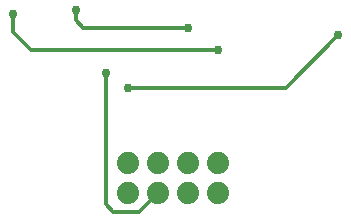
<source format=gbr>
G04 EAGLE Gerber RS-274X export*
G75*
%MOMM*%
%FSLAX34Y34*%
%LPD*%
%INBottom Copper*%
%IPPOS*%
%AMOC8*
5,1,8,0,0,1.08239X$1,22.5*%
G01*
%ADD10C,1.879600*%
%ADD11C,0.762000*%
%ADD12C,0.304800*%


D10*
X279400Y50800D03*
X279400Y25400D03*
X254000Y50800D03*
X254000Y25400D03*
X228600Y50800D03*
X228600Y25400D03*
X203200Y50800D03*
X203200Y25400D03*
D11*
X279400Y146050D03*
X105410Y176530D03*
D12*
X105410Y161290D01*
X120650Y146050D01*
X279400Y146050D01*
D11*
X254000Y165100D03*
X158750Y180340D03*
D12*
X158750Y171450D01*
X165100Y165100D01*
X254000Y165100D01*
D11*
X203200Y114300D03*
X203200Y114300D03*
D12*
X336550Y114300D01*
X381000Y158750D01*
D11*
X381000Y158750D03*
D12*
X228600Y25400D02*
X212344Y9144D01*
X190500Y9144D01*
X184150Y15494D01*
X184150Y127000D01*
D11*
X184150Y127000D03*
M02*

</source>
